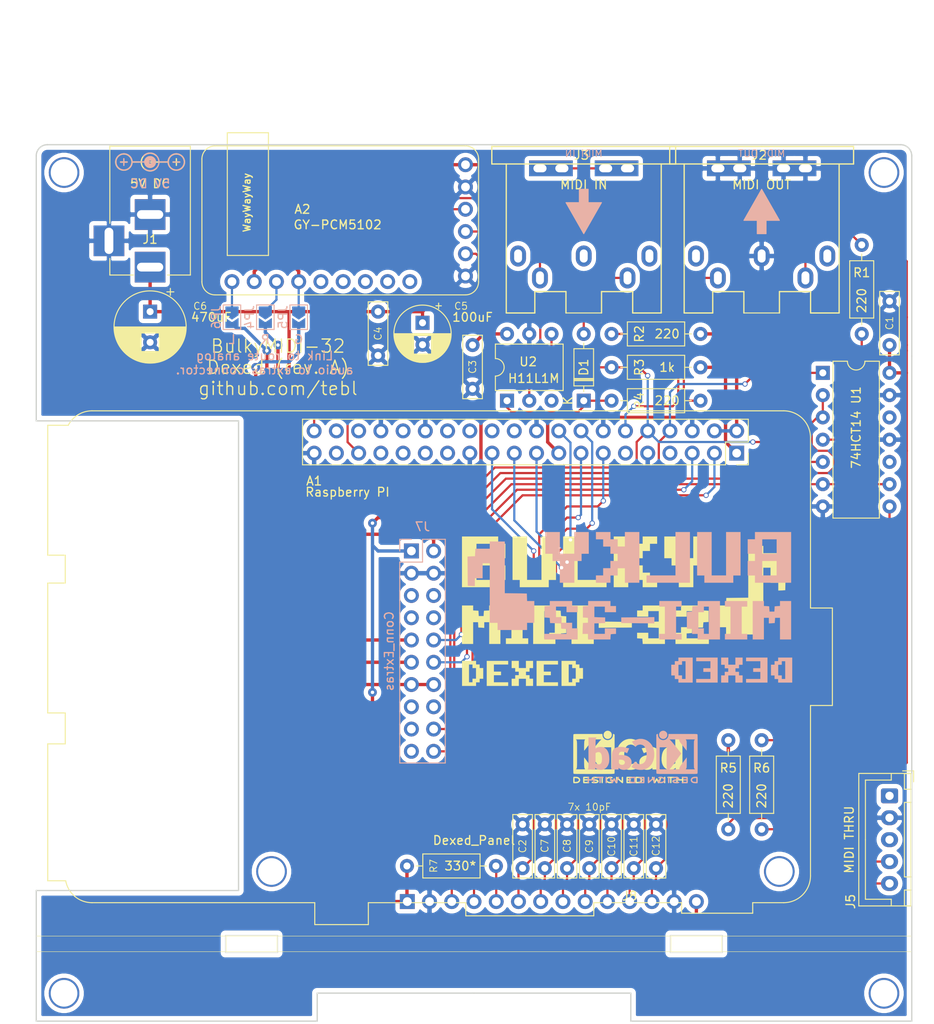
<source format=kicad_pcb>
(kicad_pcb (version 20171130) (host pcbnew "(5.1.8)-1")
  (layers (0 F.Cu signal) (31 B.Cu signal) (34 B.Paste user) (35 F.Paste user) (36 B.SilkS user) (37 F.SilkS user) (38 B.Mask user) (39 F.Mask user) (44 Edge.Cuts user))
  (net 0 "")
  (net 1 GND)
  (net 2 +3V3)
  (net 3 +5V)
  (net 4 I2C_SCL)
  (net 5 I2C_SDA)
  (net 6 SW_DOWN)
  (net 7 SW_UP)
  (net 8 I2S_BCLK)
  (net 9 I2S_LRCLK)
  (net 10 I2S_DATA)
  (net 11 "Net-(D1-Pad1)")
  (net 12 "Net-(D1-Pad2)")
  (net 13 "Net-(J2-Pad5)")
  (net 14 "Net-(J2-Pad4)")
  (net 15 "Net-(J3-Pad4)")
  (net 16 "Net-(J5-Pad5)")
  (net 17 "Net-(J5-Pad4)")
  (net 18 "Net-(R1-Pad2)")
  (net 19 A_GND)
  (net 20 A_RIGHT)
  (net 21 A_LEFT)
  (net 22 "Net-(R6-Pad1)")
  (net 23 MIDI_THRUn)
  (net 24 MIDI_OUTn)
  (net 25 "Net-(A2-Pad10)")
  (net 26 "Net-(A2-Pad9)")
  (net 27 "Net-(A2-Pad7)")
  (net 28 PI_RX)
  (net 29 PI_TX)
  (net 30 "Net-(J8-Pad5)")
  (net 31 "Net-(J3-Pad6)")
  (net 32 SW_BACK)
  (net 33 ENC_SW)
  (net 34 SW_HOME)
  (net 35 ENC_CLK)
  (net 36 ENC_DAT)
  (module artwork:Dexed (layer B.Cu) (at 149.606 114.554 180)
    (fp_text reference G*** hide)
    (fp_text value LOGO hide)
  )
  (module artwork:Dexed (layer F.Cu) (at 125.73 114.935)
    (fp_text reference G*** hide)
    (fp_text value LOGO hide)
  )
  (module RPI:Raspberry_Pi_3B_Socketed_THT_FaceDown_MountingHoles (layer F.Cu) (at 150.182 89.805 270)
    (fp_text reference A1 (at 3.175 48.26) (layer F.SilkS))
    (fp_text value "Raspberry PI" (at 4.445 44.45 180) (layer F.SilkS))
    (pad 6 thru_hole oval (at -2.54 5.08 270) (size 1.7 1.7) (drill 1) (layers *.Cu *.Mask) (net 1 GND))
    (pad 3 thru_hole oval (at 0 2.54 270) (size 1.7 1.7) (drill 1) (layers *.Cu *.Mask) (net 5 I2C_SDA))
    (pad 15 thru_hole oval (at 0 17.78 270) (size 1.7 1.7) (drill 1) (layers *.Cu *.Mask) (net 32 SW_BACK))
    (pad 16 thru_hole oval (at -2.54 17.78 270) (size 1.7 1.7) (drill 1) (layers *.Cu *.Mask) (net 7 SW_UP))
    (pad 4 thru_hole oval (at -2.54 2.54 270) (size 1.7 1.7) (drill 1) (layers *.Cu *.Mask) (net 3 +5V))
    (pad 5 thru_hole oval (at 0 5.08 270) (size 1.7 1.7) (drill 1) (layers *.Cu *.Mask) (net 4 I2C_SCL))
    (pad 2 thru_hole oval (at -2.54 0 270) (size 1.7 1.7) (drill 1) (layers *.Cu *.Mask) (net 3 +5V))
    (pad 1 thru_hole rect (at 0 0 270) (size 1.7 1.7) (drill 1) (layers *.Cu *.Mask) (net 2 +3V3))
    (pad 23 thru_hole oval (at 0 27.94 270) (size 1.7 1.7) (drill 1) (layers *.Cu *.Mask) (net 33 ENC_SW))
    (pad 24 thru_hole oval (at -2.54 27.94 270) (size 1.7 1.7) (drill 1) (layers *.Cu *.Mask))
    (pad 11 thru_hole oval (at 0 12.7 270) (size 1.7 1.7) (drill 1) (layers *.Cu *.Mask))
    (pad 12 thru_hole oval (at -2.54 12.7 270) (size 1.7 1.7) (drill 1) (layers *.Cu *.Mask) (net 8 I2S_BCLK))
    (pad 27 thru_hole oval (at 0 33.02 270) (size 1.7 1.7) (drill 1) (layers *.Cu *.Mask))
    (pad 28 thru_hole oval (at -2.54 33.02 270) (size 1.7 1.7) (drill 1) (layers *.Cu *.Mask))
    (pad 13 thru_hole oval (at 0 15.24 270) (size 1.7 1.7) (drill 1) (layers *.Cu *.Mask) (net 34 SW_HOME))
    (pad 14 thru_hole oval (at -2.54 15.24 270) (size 1.7 1.7) (drill 1) (layers *.Cu *.Mask) (net 1 GND))
    (pad 9 thru_hole oval (at 0 10.16 270) (size 1.7 1.7) (drill 1) (layers *.Cu *.Mask) (net 1 GND))
    (pad 10 thru_hole oval (at -2.54 10.16 270) (size 1.7 1.7) (drill 1) (layers *.Cu *.Mask) (net 28 PI_RX))
    (pad 19 thru_hole oval (at 0 22.86 270) (size 1.7 1.7) (drill 1) (layers *.Cu *.Mask) (net 35 ENC_CLK))
    (pad 20 thru_hole oval (at -2.54 22.86 270) (size 1.7 1.7) (drill 1) (layers *.Cu *.Mask) (net 1 GND))
    (pad 37 thru_hole oval (at 0 45.72 270) (size 1.7 1.7) (drill 1) (layers *.Cu *.Mask))
    (pad 38 thru_hole oval (at -2.54 45.72 270) (size 1.7 1.7) (drill 1) (layers *.Cu *.Mask))
    (pad 33 thru_hole oval (at 0 40.64 270) (size 1.7 1.7) (drill 1) (layers *.Cu *.Mask))
    (pad 34 thru_hole oval (at -2.54 40.64 270) (size 1.7 1.7) (drill 1) (layers *.Cu *.Mask) (net 1 GND))
    (pad 35 thru_hole oval (at 0 43.18 270) (size 1.7 1.7) (drill 1) (layers *.Cu *.Mask) (net 9 I2S_LRCLK))
    (pad 36 thru_hole oval (at -2.54 43.18 270) (size 1.7 1.7) (drill 1) (layers *.Cu *.Mask))
    (pad 17 thru_hole oval (at 0 20.32 270) (size 1.7 1.7) (drill 1) (layers *.Cu *.Mask) (net 2 +3V3))
    (pad 18 thru_hole oval (at -2.54 20.32 270) (size 1.7 1.7) (drill 1) (layers *.Cu *.Mask) (net 6 SW_DOWN))
    (pad 31 thru_hole oval (at 0 38.1 270) (size 1.7 1.7) (drill 1) (layers *.Cu *.Mask))
    (pad 32 thru_hole oval (at -2.54 38.1 270) (size 1.7 1.7) (drill 1) (layers *.Cu *.Mask))
    (pad 7 thru_hole oval (at 0 7.62 270) (size 1.7 1.7) (drill 1) (layers *.Cu *.Mask))
    (pad 8 thru_hole oval (at -2.54 7.62 270) (size 1.7 1.7) (drill 1) (layers *.Cu *.Mask) (net 29 PI_TX))
    (pad 29 thru_hole oval (at 0 35.56 270) (size 1.7 1.7) (drill 1) (layers *.Cu *.Mask))
    (pad 30 thru_hole oval (at -2.54 35.56 270) (size 1.7 1.7) (drill 1) (layers *.Cu *.Mask) (net 1 GND))
    (pad 21 thru_hole oval (at 0 25.4 270) (size 1.7 1.7) (drill 1) (layers *.Cu *.Mask) (net 36 ENC_DAT))
    (pad 22 thru_hole oval (at -2.54 25.4 270) (size 1.7 1.7) (drill 1) (layers *.Cu *.Mask))
    (pad 25 thru_hole oval (at 0 30.48 270) (size 1.7 1.7) (drill 1) (layers *.Cu *.Mask) (net 1 GND))
    (pad 26 thru_hole oval (at -2.54 30.48 270) (size 1.7 1.7) (drill 1) (layers *.Cu *.Mask))
    (pad 39 thru_hole oval (at 0 48.26 270) (size 1.7 1.7) (drill 1) (layers *.Cu *.Mask) (net 1 GND))
    (pad 40 thru_hole oval (at -2.54 48.26 270) (size 1.7 1.7) (drill 1) (layers *.Cu *.Mask) (net 10 I2S_DATA))
    (pad "" np_thru_hole circle (at 47.73 53.13) (size 3.5 3.5) (drill 3.048) (layers *.Cu *.Mask))
    (pad "" np_thru_hole circle (at 47.73 -4.87) (size 3.5 3.5) (drill 3.048) (layers *.Cu *.Mask))
  )
  (module BulkyMIDI-32:DIN5_MIDI_OUT (layer F.Cu) (at 153.035 67.31 180)
    (fp_text reference J2 (at 0.25 11.5 180) (layer F.SilkS))
    (fp_text value "MIDI OUT" (at 0 8.128 180) (layer F.SilkS))
    (pad 6 thru_hole rect (at -2.5 10 180) (size 2.5 1.8) (drill oval 1.5 0.9) (layers *.Cu *.Mask) (net 1 GND))
    (pad 6 thru_hole rect (at 2.5 10 180) (size 2.5 1.8) (drill oval 1.5 0.9) (layers *.Cu *.Mask) (net 1 GND))
    (pad 2 thru_hole oval (at 0 0 180) (size 1.8 2.4) (drill oval 0.9 1.5) (layers *.Cu *.Mask) (net 1 GND))
    (pad 6 thru_hole rect (at 5 10 180) (size 2.5 1.8) (drill oval 1.5 0.9) (layers *.Cu *.Mask) (net 1 GND))
    (pad 6 thru_hole rect (at -5 10 180) (size 2.5 1.8) (drill oval 1.5 0.9) (layers *.Cu *.Mask) (net 1 GND))
    (pad 1 thru_hole oval (at 7.5 0 180) (size 1.8 2.4) (drill oval 0.9 1.5) (layers *.Cu *.Mask))
    (pad 3 thru_hole oval (at -7.5 0 180) (size 1.8 2.4) (drill oval 0.9 1.5) (layers *.Cu *.Mask))
    (pad 4 thru_hole oval (at 5 -2.5 180) (size 1.8 2.4) (drill oval 0.9 1.5) (layers *.Cu *.Mask) (net 14 "Net-(J2-Pad4)"))
    (pad 5 thru_hole oval (at -5 -2.5 180) (size 1.8 2.4) (drill oval 0.9 1.5) (layers *.Cu *.Mask) (net 13 "Net-(J2-Pad5)"))
  )
  (module BulkyMIDI-32:DIN5_MIDI_IN (layer F.Cu) (at 132.715 67.31 180)
    (fp_text reference J3 (at 0.25 11.5 180) (layer F.SilkS))
    (fp_text value "MIDI IN" (at 0 8.128 180) (layer F.SilkS))
    (pad 6 thru_hole rect (at -2.5 10 180) (size 2.5 1.8) (drill oval 1.5 0.9) (layers *.Cu *.Mask) (net 31 "Net-(J3-Pad6)"))
    (pad 6 thru_hole rect (at 2.5 10 180) (size 2.5 1.8) (drill oval 1.5 0.9) (layers *.Cu *.Mask) (net 31 "Net-(J3-Pad6)"))
    (pad 2 thru_hole oval (at 0 0 180) (size 1.8 2.4) (drill oval 0.9 1.5) (layers *.Cu *.Mask))
    (pad 6 thru_hole rect (at 5 10 180) (size 2.5 1.8) (drill oval 1.5 0.9) (layers *.Cu *.Mask) (net 31 "Net-(J3-Pad6)"))
    (pad 6 thru_hole rect (at -5 10 180) (size 2.5 1.8) (drill oval 1.5 0.9) (layers *.Cu *.Mask) (net 31 "Net-(J3-Pad6)"))
    (pad 1 thru_hole oval (at 7.5 0 180) (size 1.8 2.4) (drill oval 0.9 1.5) (layers *.Cu *.Mask))
    (pad 3 thru_hole oval (at -7.5 0 180) (size 1.8 2.4) (drill oval 0.9 1.5) (layers *.Cu *.Mask))
    (pad 4 thru_hole oval (at 5 -2.5 180) (size 1.8 2.4) (drill oval 0.9 1.5) (layers *.Cu *.Mask) (net 15 "Net-(J3-Pad4)"))
    (pad 5 thru_hole oval (at -5 -2.5 180) (size 1.8 2.4) (drill oval 0.9 1.5) (layers *.Cu *.Mask) (net 12 "Net-(D1-Pad2)"))
  )
  (module artwork:BulkyMIDI-32_8bit (layer B.Cu) (at 137.414 104.902 180)
    (fp_text reference G*** hide)
    (fp_text value LOGO hide)
  )
  (module artwork:BulkyMIDI-32_8bit (layer F.Cu) (at 137.795 105.41)
    (fp_text reference G*** hide)
    (fp_text value LOGO hide)
  )
  (module Symbols:KiCad-Logo2_6mm_SilkScreen (layer B.Cu) (at 139.446 124.46 180)
    (fp_text reference REF*** hide)
    (fp_text value KiCad-Logo2_6mm_SilkScreen hide)
  )
  (module BulkyMIDI-32:PWR_Specification (layer F.Cu) (at 83.185 56.515)
    (fp_text reference SYM1 hide)
    (fp_text value DC_5V)
    (fp_text user + (at -3 0 180) (layer B.SilkS))
    (fp_text user - (at 3 0 180) (layer B.SilkS))
    (fp_text user - (at -3 0) (layer F.SilkS))
    (fp_text user + (at 3 0) (layer F.SilkS))
  )
  (module mounting:M3 (layer F.Cu) (at 73.355 151.435)
    (fp_text reference M1 hide)
    (fp_text value Mounting hide)
    (pad "" np_thru_hole circle (at 0 0) (size 3.5 3.5) (drill 3.048) (layers *.Cu *.Mask))
  )
  (module mounting:M3 (layer F.Cu) (at 167.005 151.435)
    (fp_text reference M2 hide)
    (fp_text value Mounting hide)
    (pad "" np_thru_hole circle (at 0 0) (size 3.5 3.5) (drill 3.048) (layers *.Cu *.Mask))
  )
  (module mounting:M3 (layer F.Cu) (at 167.005 57.785)
    (fp_text reference M3 hide)
    (fp_text value Mounting hide)
    (pad "" np_thru_hole circle (at 0 0) (size 3.5 3.5) (drill 3.048) (layers *.Cu *.Mask))
  )
  (module mounting:M3 (layer F.Cu) (at 73.355 57.785)
    (fp_text reference M4 hide)
    (fp_text value Mounting hide)
    (pad "" np_thru_hole circle (at 0 0) (size 3.5 3.5) (drill 3.048) (layers *.Cu *.Mask))
  )
  (module Symbols:KiCad-Logo2_6mm_SilkScreen (layer F.Cu) (at 137.795 124.46)
    (fp_text reference REF*** hide)
    (fp_text value KiCad-Logo2_6mm_SilkScreen hide)
  )
  (module BulkyMIDI-32:GY-PCM5102 (layer F.Cu) (at 104.902 63.246 180)
    (fp_text reference A2 (at 4.318 1.27) (layer F.SilkS))
    (fp_text value GY-PCM5102 (at 0.3 -0.5) (layer F.SilkS))
    (pad 15 thru_hole circle (at -7.955 -6.985 180) (size 1.7 1.7) (drill 1) (layers *.Cu *.Mask))
    (pad 14 thru_hole circle (at -5.415 -6.985 180) (size 1.7 1.7) (drill 1) (layers *.Cu *.Mask))
    (pad 13 thru_hole circle (at -2.875 -6.985 180) (size 1.7 1.7) (drill 1) (layers *.Cu *.Mask))
    (pad 12 thru_hole circle (at -0.335 -6.985 180) (size 1.7 1.7) (drill 1) (layers *.Cu *.Mask))
    (pad 11 thru_hole circle (at 2.205 -6.985 180) (size 1.7 1.7) (drill 1) (layers *.Cu *.Mask))
    (pad 10 thru_hole circle (at 4.745 -6.985 180) (size 1.7 1.7) (drill 1) (layers *.Cu *.Mask) (net 25 "Net-(A2-Pad10)"))
    (pad 9 thru_hole circle (at 7.285 -6.985 180) (size 1.7 1.7) (drill 1) (layers *.Cu *.Mask) (net 26 "Net-(A2-Pad9)"))
    (pad 8 thru_hole circle (at 9.825 -6.985 180) (size 1.7 1.7) (drill 1) (layers *.Cu *.Mask) (net 25 "Net-(A2-Pad10)"))
    (pad 7 thru_hole circle (at 12.365 -6.985 180) (size 1.7 1.7) (drill 1) (layers *.Cu *.Mask) (net 27 "Net-(A2-Pad7)"))
    (pad 1 thru_hole circle (at -14.305 -6.35 180) (size 1.7 1.7) (drill 1) (layers *.Cu *.Mask) (net 1 GND))
    (pad 2 thru_hole circle (at -14.305 -3.81 180) (size 1.7 1.7) (drill 1) (layers *.Cu *.Mask) (net 8 I2S_BCLK))
    (pad 3 thru_hole circle (at -14.305 -1.27 180) (size 1.7 1.7) (drill 1) (layers *.Cu *.Mask) (net 10 I2S_DATA))
    (pad 4 thru_hole circle (at -14.305 1.27 180) (size 1.7 1.7) (drill 1) (layers *.Cu *.Mask) (net 9 I2S_LRCLK))
    (pad 5 thru_hole circle (at -14.305 3.81 180) (size 1.7 1.7) (drill 1) (layers *.Cu *.Mask) (net 1 GND))
    (pad 6 thru_hole circle (at -14.305 6.35 180) (size 1.7 1.7) (drill 1) (layers *.Cu *.Mask) (net 3 +5V))
  )
  (module Capacitor_THT:C_Rect_L7.0mm_W2.0mm_P5.00mm (layer F.Cu) (at 120.015 77.47 270)
    (fp_text reference C3 (at 2.5 0 90) (layer F.SilkS) (effects (font (size 0.8 0.8) (thickness 0.1))))
    (fp_text value 100nF)
    (pad 2 thru_hole circle (at 5 0 270) (size 1.6 1.6) (drill 0.8) (layers *.Cu *.Mask) (net 1 GND))
    (pad 1 thru_hole circle (at 0 0 270) (size 1.6 1.6) (drill 0.8) (layers *.Cu *.Mask) (net 2 +3V3))
  )
  (module Capacitor_THT:C_Rect_L7.0mm_W2.0mm_P5.00mm (layer F.Cu) (at 109.22 73.66 270)
    (fp_text reference C4 (at 2.5 0 90) (layer F.SilkS) (effects (font (size 0.8 0.8) (thickness 0.1))))
    (fp_text value 100nF)
    (pad 1 thru_hole circle (at 0 0 270) (size 1.6 1.6) (drill 0.8) (layers *.Cu *.Mask) (net 3 +5V))
    (pad 2 thru_hole circle (at 5 0 270) (size 1.6 1.6) (drill 0.8) (layers *.Cu *.Mask) (net 1 GND))
  )
  (module Capacitor_THT:CP_Radial_D6.3mm_P2.50mm (layer F.Cu) (at 114.3 74.93 270)
    (fp_text reference C5 (at -1.905 -4.4 180) (layer F.SilkS) (effects (font (size 0.8 0.8) (thickness 0.1))))
    (fp_text value 100uF (at -0.635 -5.715 180) (layer F.SilkS))
    (pad 1 thru_hole rect (at 0 0 270) (size 1.6 1.6) (drill 0.8) (layers *.Cu *.Mask) (net 3 +5V))
    (pad 2 thru_hole circle (at 2.5 0 270) (size 1.6 1.6) (drill 0.8) (layers *.Cu *.Mask) (net 1 GND))
  )
  (module Capacitor_THT:CP_Radial_D8.0mm_P3.50mm (layer F.Cu) (at 83.185 73.66 270)
    (fp_text reference C6 (at -0.635 -5.715 180) (layer F.SilkS) (effects (font (size 0.8 0.8) (thickness 0.1))))
    (fp_text value 470uF (at 0.635 -6.985 180) (layer F.SilkS))
    (pad 1 thru_hole rect (at 0 0 270) (size 1.6 1.6) (drill 0.8) (layers *.Cu *.Mask) (net 3 +5V))
    (pad 2 thru_hole circle (at 3.5 0 270) (size 1.6 1.6) (drill 0.8) (layers *.Cu *.Mask) (net 1 GND))
  )
  (module Diode_THT:D_DO-35_SOD27_P7.62mm_Horizontal (layer F.Cu) (at 132.715 83.82 90)
    (fp_text reference D1 (at 3.81 0 90) (layer F.SilkS))
    (fp_text value 1N4148)
    (fp_text user K (at 0 -1.8 90) (layer F.SilkS))
    (pad 1 thru_hole rect (at 0 0 90) (size 1.6 1.6) (drill 0.8) (layers *.Cu *.Mask) (net 11 "Net-(D1-Pad1)"))
    (pad 2 thru_hole oval (at 7.62 0 90) (size 1.6 1.6) (drill 0.8) (layers *.Cu *.Mask) (net 12 "Net-(D1-Pad2)"))
  )
  (module Resistor_THT:R_Axial_DIN0207_L6.3mm_D2.5mm_P10.16mm_Horizontal (layer F.Cu) (at 164.465 66.04 270)
    (fp_text reference R1 (at 3.175 0 180) (layer F.SilkS))
    (fp_text value 220 (at 6.35 0 90) (layer F.SilkS))
    (pad 2 thru_hole oval (at 10.16 0 270) (size 1.6 1.6) (drill 0.8) (layers *.Cu *.Mask) (net 18 "Net-(R1-Pad2)"))
    (pad 1 thru_hole circle (at 0 0 270) (size 1.6 1.6) (drill 0.8) (layers *.Cu *.Mask) (net 13 "Net-(J2-Pad5)"))
  )
  (module Resistor_THT:R_Axial_DIN0207_L6.3mm_D2.5mm_P10.16mm_Horizontal (layer F.Cu) (at 146.05 76.2 180)
    (fp_text reference R2 (at 6.985 0 90) (layer F.SilkS))
    (fp_text value 220 (at 3.81 0) (layer F.SilkS))
    (pad 1 thru_hole circle (at 0 0 180) (size 1.6 1.6) (drill 0.8) (layers *.Cu *.Mask) (net 3 +5V))
    (pad 2 thru_hole oval (at 10.16 0 180) (size 1.6 1.6) (drill 0.8) (layers *.Cu *.Mask) (net 14 "Net-(J2-Pad4)"))
  )
  (module Resistor_THT:R_Axial_DIN0207_L6.3mm_D2.5mm_P10.16mm_Horizontal (layer F.Cu) (at 146.05 80.01 180)
    (fp_text reference R3 (at 6.985 0 90) (layer F.SilkS))
    (fp_text value 1k (at 3.81 0) (layer F.SilkS))
    (pad 2 thru_hole oval (at 10.16 0 180) (size 1.6 1.6) (drill 0.8) (layers *.Cu *.Mask) (net 28 PI_RX))
    (pad 1 thru_hole circle (at 0 0 180) (size 1.6 1.6) (drill 0.8) (layers *.Cu *.Mask) (net 2 +3V3))
  )
  (module Resistor_THT:R_Axial_DIN0207_L6.3mm_D2.5mm_P10.16mm_Horizontal (layer F.Cu) (at 146.05 83.82 180)
    (fp_text reference R4 (at 6.985 0 90) (layer F.SilkS))
    (fp_text value 220 (at 3.81 0) (layer F.SilkS))
    (pad 1 thru_hole circle (at 0 0 180) (size 1.6 1.6) (drill 0.8) (layers *.Cu *.Mask) (net 15 "Net-(J3-Pad4)"))
    (pad 2 thru_hole oval (at 10.16 0 180) (size 1.6 1.6) (drill 0.8) (layers *.Cu *.Mask) (net 11 "Net-(D1-Pad1)"))
  )
  (module Resistor_THT:R_Axial_DIN0207_L6.3mm_D2.5mm_P10.16mm_Horizontal (layer F.Cu) (at 149.225 122.555 270)
    (fp_text reference R5 (at 3.175 0 180) (layer F.SilkS))
    (fp_text value 220 (at 6.35 0 90) (layer F.SilkS))
    (pad 2 thru_hole oval (at 10.16 0 270) (size 1.6 1.6) (drill 0.8) (layers *.Cu *.Mask) (net 17 "Net-(J5-Pad4)"))
    (pad 1 thru_hole circle (at 0 0 270) (size 1.6 1.6) (drill 0.8) (layers *.Cu *.Mask) (net 3 +5V))
  )
  (module Resistor_THT:R_Axial_DIN0207_L6.3mm_D2.5mm_P10.16mm_Horizontal (layer F.Cu) (at 153.035 122.555 270)
    (fp_text reference R6 (at 3.175 0 180) (layer F.SilkS))
    (fp_text value 220 (at 6.35 0 90) (layer F.SilkS))
    (pad 1 thru_hole circle (at 0 0 270) (size 1.6 1.6) (drill 0.8) (layers *.Cu *.Mask) (net 22 "Net-(R6-Pad1)"))
    (pad 2 thru_hole oval (at 10.16 0 270) (size 1.6 1.6) (drill 0.8) (layers *.Cu *.Mask) (net 16 "Net-(J5-Pad5)"))
  )
  (module Package_DIP:DIP-14_W7.62mm (layer F.Cu) (at 160.02 80.645)
    (fp_text reference U1 (at 3.81 2.54 270) (layer F.SilkS))
    (fp_text value 74HCT14 (at 3.81 7.62 270) (layer F.SilkS))
    (pad 1 thru_hole rect (at 0 0) (size 1.6 1.6) (drill 0.8) (layers *.Cu *.Mask) (net 29 PI_TX))
    (pad 8 thru_hole oval (at 7.62 15.24) (size 1.6 1.6) (drill 0.8) (layers *.Cu *.Mask) (net 22 "Net-(R6-Pad1)"))
    (pad 2 thru_hole oval (at 0 2.54) (size 1.6 1.6) (drill 0.8) (layers *.Cu *.Mask) (net 24 MIDI_OUTn))
    (pad 9 thru_hole oval (at 7.62 12.7) (size 1.6 1.6) (drill 0.8) (layers *.Cu *.Mask) (net 23 MIDI_THRUn))
    (pad 3 thru_hole oval (at 0 5.08) (size 1.6 1.6) (drill 0.8) (layers *.Cu *.Mask) (net 24 MIDI_OUTn))
    (pad 10 thru_hole oval (at 7.62 10.16) (size 1.6 1.6) (drill 0.8) (layers *.Cu *.Mask))
    (pad 4 thru_hole oval (at 0 7.62) (size 1.6 1.6) (drill 0.8) (layers *.Cu *.Mask) (net 18 "Net-(R1-Pad2)"))
    (pad 11 thru_hole oval (at 7.62 7.62) (size 1.6 1.6) (drill 0.8) (layers *.Cu *.Mask) (net 1 GND))
    (pad 5 thru_hole oval (at 0 10.16) (size 1.6 1.6) (drill 0.8) (layers *.Cu *.Mask) (net 28 PI_RX))
    (pad 12 thru_hole oval (at 7.62 5.08) (size 1.6 1.6) (drill 0.8) (layers *.Cu *.Mask))
    (pad 6 thru_hole oval (at 0 12.7) (size 1.6 1.6) (drill 0.8) (layers *.Cu *.Mask) (net 23 MIDI_THRUn))
    (pad 13 thru_hole oval (at 7.62 2.54) (size 1.6 1.6) (drill 0.8) (layers *.Cu *.Mask) (net 1 GND))
    (pad 7 thru_hole oval (at 0 15.24) (size 1.6 1.6) (drill 0.8) (layers *.Cu *.Mask) (net 1 GND))
    (pad 14 thru_hole oval (at 7.62 0) (size 1.6 1.6) (drill 0.8) (layers *.Cu *.Mask) (net 3 +5V))
  )
  (module Package_DIP:DIP-6_W7.62mm (layer F.Cu) (at 123.952 83.82 90)
    (fp_text reference U2 (at 4.445 2.413 180) (layer F.SilkS))
    (fp_text value H11L1M (at 2.54 3.048 180) (layer F.SilkS))
    (pad 1 thru_hole rect (at 0 0 90) (size 1.6 1.6) (drill 0.8) (layers *.Cu *.Mask) (net 11 "Net-(D1-Pad1)"))
    (pad 4 thru_hole oval (at 7.62 5.08 90) (size 1.6 1.6) (drill 0.8) (layers *.Cu *.Mask) (net 28 PI_RX))
    (pad 2 thru_hole oval (at 0 2.54 90) (size 1.6 1.6) (drill 0.8) (layers *.Cu *.Mask) (net 12 "Net-(D1-Pad2)"))
    (pad 5 thru_hole oval (at 7.62 2.54 90) (size 1.6 1.6) (drill 0.8) (layers *.Cu *.Mask) (net 1 GND))
    (pad 3 thru_hole oval (at 0 5.08 90) (size 1.6 1.6) (drill 0.8) (layers *.Cu *.Mask))
    (pad 6 thru_hole oval (at 7.62 0 90) (size 1.6 1.6) (drill 0.8) (layers *.Cu *.Mask) (net 2 +3V3))
  )
  (module Capacitor_THT:C_Rect_L7.0mm_W2.0mm_P5.00mm (layer F.Cu) (at 167.64 77.47 90)
    (fp_text reference C1 (at 2.5 0 90) (layer F.SilkS) (effects (font (size 0.8 0.8) (thickness 0.1))))
    (fp_text value 100nF)
    (pad 1 thru_hole circle (at 0 0 90) (size 1.6 1.6) (drill 0.8) (layers *.Cu *.Mask) (net 3 +5V))
    (pad 2 thru_hole circle (at 5 0 90) (size 1.6 1.6) (drill 0.8) (layers *.Cu *.Mask) (net 1 GND))
  )
  (module Connector_PinSocket_2.54mm:PinSocket_2x10_P2.54mm_Vertical (layer B.Cu) (at 113.03 100.965 180)
    (fp_text reference J7 (at -1.27 2.77) (layer B.SilkS) (effects (justify mirror)))
    (fp_text value Conn_Extras (at 2.54 -11.43 90) (layer B.SilkS) (effects (justify mirror)))
    (pad 1 thru_hole rect (at 0 0 180) (size 1.7 1.7) (drill 1) (layers *.Cu *.Mask) (net 2 +3V3))
    (pad 2 thru_hole oval (at -2.54 0 180) (size 1.7 1.7) (drill 1) (layers *.Cu *.Mask) (net 3 +5V))
    (pad 3 thru_hole oval (at 0 -2.54 180) (size 1.7 1.7) (drill 1) (layers *.Cu *.Mask) (net 1 GND))
    (pad 4 thru_hole oval (at -2.54 -2.54 180) (size 1.7 1.7) (drill 1) (layers *.Cu *.Mask) (net 1 GND))
    (pad 5 thru_hole oval (at 0 -5.08 180) (size 1.7 1.7) (drill 1) (layers *.Cu *.Mask))
    (pad 6 thru_hole oval (at -2.54 -5.08 180) (size 1.7 1.7) (drill 1) (layers *.Cu *.Mask))
    (pad 7 thru_hole oval (at 0 -7.62 180) (size 1.7 1.7) (drill 1) (layers *.Cu *.Mask))
    (pad 8 thru_hole oval (at -2.54 -7.62 180) (size 1.7 1.7) (drill 1) (layers *.Cu *.Mask))
    (pad 9 thru_hole oval (at 0 -10.16 180) (size 1.7 1.7) (drill 1) (layers *.Cu *.Mask) (net 20 A_RIGHT))
    (pad 10 thru_hole oval (at -2.54 -10.16 180) (size 1.7 1.7) (drill 1) (layers *.Cu *.Mask) (net 24 MIDI_OUTn))
    (pad 11 thru_hole oval (at 0 -12.7 180) (size 1.7 1.7) (drill 1) (layers *.Cu *.Mask) (net 21 A_LEFT))
    (pad 12 thru_hole oval (at -2.54 -12.7 180) (size 1.7 1.7) (drill 1) (layers *.Cu *.Mask) (net 23 MIDI_THRUn))
    (pad 13 thru_hole oval (at 0 -15.24 180) (size 1.7 1.7) (drill 1) (layers *.Cu *.Mask) (net 19 A_GND))
    (pad 14 thru_hole oval (at -2.54 -15.24 180) (size 1.7 1.7) (drill 1) (layers *.Cu *.Mask) (net 19 A_GND))
    (pad 15 thru_hole oval (at 0 -17.78 180) (size 1.7 1.7) (drill 1) (layers *.Cu *.Mask))
    (pad 16 thru_hole oval (at -2.54 -17.78 180) (size 1.7 1.7) (drill 1) (layers *.Cu *.Mask))
    (pad 17 thru_hole oval (at 0 -20.32 180) (size 1.7 1.7) (drill 1) (layers *.Cu *.Mask))
    (pad 18 thru_hole oval (at -2.54 -20.32 180) (size 1.7 1.7) (drill 1) (layers *.Cu *.Mask) (net 28 PI_RX))
    (pad 19 thru_hole oval (at 0 -22.86 180) (size 1.7 1.7) (drill 1) (layers *.Cu *.Mask))
    (pad 20 thru_hole oval (at -2.54 -22.86 180) (size 1.7 1.7) (drill 1) (layers *.Cu *.Mask) (net 29 PI_TX))
  )
  (module Jumper:SolderJumper-2_P1.3mm_Open_TrianglePad1.0x1.5mm (layer B.Cu) (at 96.347 74.295 270)
    (fp_text reference JP4 (at 0 1.8 90) (layer B.SilkS) (effects (justify mirror)))
    (fp_text value R (at 2.54 0 180) (layer B.SilkS) (effects (justify mirror)))
    (pad 2 smd custom (at 0.725 0 270) (size 0.3 0.3) (layers B.Cu B.Mask) (net 20 A_RIGHT) (options (clearance outline) (anchor rect)) (primitives (gr_poly (pts (xy -0.65 0.75) (xy 0.5 0.75) (xy 0.5 -0.75) (xy -0.65 -0.75) (xy -0.15 0)) (width 0))))
    (pad 1 smd custom (at -0.725 0 270) (size 0.3 0.3) (layers B.Cu B.Mask) (net 26 "Net-(A2-Pad9)") (options (clearance outline) (anchor rect)) (primitives (gr_poly (pts (xy -0.5 0.75) (xy 0.5 0.75) (xy 1 0) (xy 0.5 -0.75) (xy -0.5 -0.75)) (width 0))))
  )
  (module Jumper:SolderJumper-2_P1.3mm_Open_TrianglePad1.0x1.5mm (layer B.Cu) (at 100.157 74.295 270)
    (fp_text reference JP5 (at 0 1.8 90) (layer B.SilkS) (effects (justify mirror)))
    (fp_text value G (at 2.54 0 180) (layer B.SilkS) (effects (justify mirror)))
    (pad 1 smd custom (at -0.725 0 270) (size 0.3 0.3) (layers B.Cu B.Mask) (net 25 "Net-(A2-Pad10)") (options (clearance outline) (anchor rect)) (primitives (gr_poly (pts (xy -0.5 0.75) (xy 0.5 0.75) (xy 1 0) (xy 0.5 -0.75) (xy -0.5 -0.75)) (width 0))))
    (pad 2 smd custom (at 0.725 0 270) (size 0.3 0.3) (layers B.Cu B.Mask) (net 19 A_GND) (options (clearance outline) (anchor rect)) (primitives (gr_poly (pts (xy -0.65 0.75) (xy 0.5 0.75) (xy 0.5 -0.75) (xy -0.65 -0.75) (xy -0.15 0)) (width 0))))
  )
  (module Jumper:SolderJumper-2_P1.3mm_Open_TrianglePad1.0x1.5mm (layer B.Cu) (at 92.537 74.295 270)
    (fp_text reference JP6 (at 0 1.8 90) (layer B.SilkS) (effects (justify mirror)))
    (fp_text value L (at 2.54 0 180) (layer B.SilkS) (effects (justify mirror)))
    (pad 2 smd custom (at 0.725 0 270) (size 0.3 0.3) (layers B.Cu B.Mask) (net 21 A_LEFT) (options (clearance outline) (anchor rect)) (primitives (gr_poly (pts (xy -0.65 0.75) (xy 0.5 0.75) (xy 0.5 -0.75) (xy -0.65 -0.75) (xy -0.15 0)) (width 0))))
    (pad 1 smd custom (at -0.725 0 270) (size 0.3 0.3) (layers B.Cu B.Mask) (net 27 "Net-(A2-Pad7)") (options (clearance outline) (anchor rect)) (primitives (gr_poly (pts (xy -0.5 0.75) (xy 0.5 0.75) (xy 1 0) (xy 0.5 -0.75) (xy -0.5 -0.75)) (width 0))))
  )
  (module Resistor_THT:R_Axial_DIN0207_L6.3mm_D2.5mm_P10.16mm_Horizontal (layer F.Cu) (at 122.682 136.906 180)
    (fp_text reference R7 hide)
    (fp_text value 330* (at 4.064 0) (layer F.SilkS))
    (fp_text user %R (at 7.112 0 90) (layer F.SilkS) (effects (font (size 0.8 0.8) (thickness 0.1))))
    (pad 1 thru_hole circle (at 0 0 180) (size 1.6 1.6) (drill 0.8) (layers *.Cu *.Mask) (net 30 "Net-(J8-Pad5)"))
    (pad 2 thru_hole oval (at 10.16 0 180) (size 1.6 1.6) (drill 0.8) (layers *.Cu *.Mask) (net 2 +3V3))
  )
  (module BulkyMIDI-32:BARREL_JACK (layer F.Cu) (at 83.185 68.58 270)
    (fp_text reference J1 (at -3.175 0) (layer F.SilkS))
    (fp_text value "DC IN")
    (pad 3 thru_hole rect (at -3 4.7 270) (size 3.5 3.5) (drill oval 3 1) (layers *.Cu *.Mask) (net 1 GND))
    (pad 2 thru_hole rect (at -6 0 270) (size 3.5 3.5) (drill oval 1 3) (layers *.Cu *.Mask) (net 1 GND))
    (pad 1 thru_hole rect (at 0 0 270) (size 3.5 3.5) (drill oval 1 3) (layers *.Cu *.Mask) (net 3 +5V))
  )
  (module Capacitor_THT:C_Rect_L7.0mm_W2.0mm_P5.00mm (layer F.Cu) (at 125.73 137.16 90)
    (fp_text reference C2 (at 2.5 0 90) (layer F.SilkS) (effects (font (size 0.8 0.8) (thickness 0.1))))
    (fp_text value 10pF)
    (pad 1 thru_hole circle (at 0 0 90) (size 1.6 1.6) (drill 0.8) (layers *.Cu *.Mask) (net 33 ENC_SW))
    (pad 2 thru_hole circle (at 5 0 90) (size 1.6 1.6) (drill 0.8) (layers *.Cu *.Mask) (net 1 GND))
  )
  (module Capacitor_THT:C_Rect_L7.0mm_W2.0mm_P5.00mm (layer F.Cu) (at 128.27 137.16 90)
    (fp_text reference C7 (at 2.54 0 90) (layer F.SilkS) (effects (font (size 0.8 0.8) (thickness 0.1))))
    (fp_text value 10pF)
    (pad 2 thru_hole circle (at 5 0 90) (size 1.6 1.6) (drill 0.8) (layers *.Cu *.Mask) (net 1 GND))
    (pad 1 thru_hole circle (at 0 0 90) (size 1.6 1.6) (drill 0.8) (layers *.Cu *.Mask) (net 34 SW_HOME))
  )
  (module Capacitor_THT:C_Rect_L7.0mm_W2.0mm_P5.00mm (layer F.Cu) (at 130.81 137.16 90)
    (fp_text reference C8 (at 2.54 0 90) (layer F.SilkS) (effects (font (size 0.8 0.8) (thickness 0.1))))
    (fp_text value 10pF)
    (pad 1 thru_hole circle (at 0 0 90) (size 1.6 1.6) (drill 0.8) (layers *.Cu *.Mask) (net 32 SW_BACK))
    (pad 2 thru_hole circle (at 5 0 90) (size 1.6 1.6) (drill 0.8) (layers *.Cu *.Mask) (net 1 GND))
  )
  (module Capacitor_THT:C_Rect_L7.0mm_W2.0mm_P5.00mm (layer F.Cu) (at 133.35 137.16 90)
    (fp_text reference C9 (at 2.5 0 90) (layer F.SilkS) (effects (font (size 0.8 0.8) (thickness 0.1))))
    (fp_text value 10pF)
    (pad 2 thru_hole circle (at 5 0 90) (size 1.6 1.6) (drill 0.8) (layers *.Cu *.Mask) (net 1 GND))
    (pad 1 thru_hole circle (at 0 0 90) (size 1.6 1.6) (drill 0.8) (layers *.Cu *.Mask) (net 7 SW_UP))
  )
  (module Capacitor_THT:C_Rect_L7.0mm_W2.0mm_P5.00mm (layer F.Cu) (at 135.89 137.16 90)
    (fp_text reference C10 (at 2.5 0 90) (layer F.SilkS) (effects (font (size 0.8 0.8) (thickness 0.1))))
    (fp_text value 10pF)
    (pad 1 thru_hole circle (at 0 0 90) (size 1.6 1.6) (drill 0.8) (layers *.Cu *.Mask) (net 6 SW_DOWN))
    (pad 2 thru_hole circle (at 5 0 90) (size 1.6 1.6) (drill 0.8) (layers *.Cu *.Mask) (net 1 GND))
  )
  (module Capacitor_THT:C_Rect_L7.0mm_W2.0mm_P5.00mm (layer F.Cu) (at 138.43 137.16 90)
    (fp_text reference C11 (at 2.5 0 90) (layer F.SilkS) (effects (font (size 0.8 0.8) (thickness 0.1))))
    (fp_text value 10pF)
    (pad 2 thru_hole circle (at 5 0 90) (size 1.6 1.6) (drill 0.8) (layers *.Cu *.Mask) (net 1 GND))
    (pad 1 thru_hole circle (at 0 0 90) (size 1.6 1.6) (drill 0.8) (layers *.Cu *.Mask) (net 36 ENC_DAT))
  )
  (module Capacitor_THT:C_Rect_L7.0mm_W2.0mm_P5.00mm (layer F.Cu) (at 140.97 137.16 90)
    (fp_text reference C12 (at 2.54 0 90) (layer F.SilkS) (effects (font (size 0.8 0.8) (thickness 0.1))))
    (fp_text value 10pF)
    (pad 1 thru_hole circle (at 0 0 90) (size 1.6 1.6) (drill 0.8) (layers *.Cu *.Mask) (net 35 ENC_CLK))
    (pad 2 thru_hole circle (at 5 0 90) (size 1.6 1.6) (drill 0.8) (layers *.Cu *.Mask) (net 1 GND))
  )
  (module BulkyMIDI-32:Dexed_Panel (layer F.Cu) (at 120.18 140.97)
    (fp_text reference J8 (at 17.78 -0.635 180) (layer F.SilkS))
    (fp_text value Dexed_Panel (at 0 -6.985) (layer F.SilkS))
    (pad 4 thru_hole oval (at 0 0) (size 1.7 1.7) (drill 1) (layers *.Cu *.Mask) (net 5 I2C_SDA))
    (pad 3 thru_hole oval (at -2.54 0) (size 1.7 1.7) (drill 1) (layers *.Cu *.Mask) (net 4 I2C_SCL))
    (pad 2 thru_hole oval (at -5.08 0) (size 1.7 1.7) (drill 1) (layers *.Cu *.Mask) (net 1 GND))
    (pad 1 thru_hole rect (at -7.62 0) (size 1.7 1.7) (drill 1) (layers *.Cu *.Mask) (net 2 +3V3))
    (pad 5 thru_hole oval (at 2.54 0) (size 1.7 1.7) (drill 1) (layers *.Cu *.Mask) (net 30 "Net-(J8-Pad5)"))
    (pad 6 thru_hole oval (at 5.08 0) (size 1.7 1.7) (drill 1) (layers *.Cu *.Mask) (net 33 ENC_SW))
    (pad 7 thru_hole oval (at 7.62 0) (size 1.7 1.7) (drill 1) (layers *.Cu *.Mask) (net 34 SW_HOME))
    (pad 8 thru_hole oval (at 10.16 0) (size 1.7 1.7) (drill 1) (layers *.Cu *.Mask) (net 32 SW_BACK))
    (pad 9 thru_hole oval (at 12.7 0) (size 1.7 1.7) (drill 1) (layers *.Cu *.Mask) (net 7 SW_UP))
    (pad 10 thru_hole oval (at 15.24 0) (size 1.7 1.7) (drill 1) (layers *.Cu *.Mask) (net 6 SW_DOWN))
    (pad 11 thru_hole oval (at 17.78 0) (size 1.7 1.7) (drill 1) (layers *.Cu *.Mask) (net 36 ENC_DAT))
    (pad 12 thru_hole oval (at 20.32 0) (size 1.7 1.7) (drill 1) (layers *.Cu *.Mask) (net 35 ENC_CLK))
    (pad 13 thru_hole oval (at 22.86 0) (size 1.7 1.7) (drill 1) (layers *.Cu *.Mask) (net 1 GND))
    (pad 14 thru_hole oval (at 25.4 0) (size 1.7 1.7) (drill 1) (layers *.Cu *.Mask) (net 2 +3V3))
  )
  (module Connector_JST:JST_XH_B5B-XH-A_1x05_P2.50mm_Vertical (layer F.Cu) (at 167.64 128.905 270)
    (fp_text reference J5 (at 12.065 4.445 90) (layer F.SilkS))
    (fp_text value "MIDI THRU" (at 5 4.6 90) (layer F.SilkS))
    (pad 1 thru_hole roundrect (at 0 0 270) (size 1.7 1.95) (drill 0.95) (layers *.Cu *.Mask) (roundrect_rratio 0.147059))
    (pad 2 thru_hole oval (at 2.5 0 270) (size 1.7 1.95) (drill 0.95) (layers *.Cu *.Mask) (net 1 GND))
    (pad 3 thru_hole oval (at 5 0 270) (size 1.7 1.95) (drill 0.95) (layers *.Cu *.Mask))
    (pad 4 thru_hole oval (at 7.5 0 270) (size 1.7 1.95) (drill 0.95) (layers *.Cu *.Mask) (net 17 "Net-(J5-Pad4)"))
    (pad 5 thru_hole oval (at 10 0 270) (size 1.7 1.95) (drill 0.95) (layers *.Cu *.Mask) (net 16 "Net-(J5-Pad5)"))
  )
  (gr_text "7x 10pF" (at 133.35 130.175) (layer F.SilkS) (effects (font (size 0.8 0.8) (thickness 0.1))))
  (gr_text "MIDI OUT" (at 153.035 55.6135) (layer B.SilkS) (effects (font (size 0.8 0.8) (thickness 0.1)) (justify mirror)))
  (gr_text "MIDI IN" (at 132.715 55.6135) (layer B.SilkS) (effects (font (size 0.8 0.8) (thickness 0.1)) (justify mirror)))
  (gr_text WayWayWay (at 94.234 61.214 90) (layer F.SilkS) (effects (font (size 0.8 0.8))))
  (gr_text "Link to route analog\naudio to extras connector." (at 96.266 79.502) (layer B.SilkS) (effects (font (size 1 1)) (justify mirror)))
  (gr_line (start 70.18 154.61) (end 102.2705 154.61) (angle 90) (layer Edge.Cuts) (width 0.15))
  (gr_line (start 138.0895 151.41) (end 138.0895 154.61) (layer Edge.Cuts) (width 0.15))
  (gr_line (start 102.2705 151.41) (end 102.2705 154.61) (layer Edge.Cuts) (width 0.15))
  (gr_line (start 138.0895 151.41) (end 120.18 151.41) (angle 90) (layer Edge.Cuts) (width 0.15))
  (gr_line (start 102.2705 151.41) (end 120.18 151.41) (angle 90) (layer Edge.Cuts) (width 0.15))
  (gr_line (start 148.575 144.803) (end 148.575 146.808) (layer Edge.Cuts) (width 0.05))
  (gr_line (start 91.775 144.803) (end 97.775 144.803) (layer Edge.Cuts) (width 0.05))
  (gr_line (start 142.575 144.803) (end 148.575 144.803) (layer Edge.Cuts) (width 0.05))
  (gr_line (start 97.775 146.808) (end 91.775 146.808) (layer Edge.Cuts) (width 0.05))
  (gr_line (start 148.575 146.808) (end 142.575 146.808) (layer Edge.Cuts) (width 0.05))
  (gr_line (start 91.775 146.808) (end 91.775 144.803) (layer Edge.Cuts) (width 0.05))
  (gr_line (start 142.575 146.808) (end 142.575 144.803) (layer Edge.Cuts) (width 0.05))
  (gr_line (start 97.775 144.803) (end 97.775 146.808) (layer Edge.Cuts) (width 0.05))
  (gr_line (start 93.286 139.708) (end 93.286 86.122) (layer Edge.Cuts) (width 0.15))
  (gr_line (start 93.286 86.122) (end 70.18 86.122) (layer Edge.Cuts) (width 0.15))
  (gr_text "5V DC" (at 83.185 59.055) (layer B.SilkS) (effects (font (size 1 1)) (justify mirror)))
  (gr_text "5V DC" (at 83.185 59.055) (layer F.SilkS) (effects (font (size 1 1))))
  (gr_text "BulkyMIDI-32\nDexed (rev. A)\ngithub.com/tebl" (at 97.79 80.01) (layer F.SilkS) (effects (font (size 1.5 1.5))))
  (gr_line (start 170.18 78.74) (end 170.18 55.88) (layer Edge.Cuts) (width 0.15))
  (gr_line (start 70.18 55.88) (end 70.18 86.122) (layer Edge.Cuts) (width 0.15))
  (gr_line (start 70.18 139.708) (end 70.18 154.61) (layer Edge.Cuts) (width 0.15))
  (gr_line (start 93.286 139.708) (end 70.18 139.708) (layer Edge.Cuts) (width 0.15))
  (gr_line (start 168.91 54.61) (end 71.45 54.61) (angle 90) (layer Edge.Cuts) (width 0.15))
  (gr_arc (start 71.45 55.88) (end 70.18 55.88) (angle 90) (layer Edge.Cuts) (width 0.15))
  (gr_arc (start 168.91 55.88) (end 168.91 54.61) (angle 90) (layer Edge.Cuts) (width 0.15))
  (gr_line (start 170.18 154.61) (end 170.18 78.74) (angle 90) (layer Edge.Cuts) (width 0.15))
  (gr_line (start 138.0895 154.61) (end 170.18 154.61) (angle 90) (layer Edge.Cuts) (width 0.15))
  (segment (start 113.03 103.505) (end 115.57 103.505) (width 0.381) (layer F.Cu) (net 1))
  (segment (start 123.952 76.2) (end 121.92 76.2) (width 0.381) (layer F.Cu) (net 2))
  (segment (start 121.285 76.2) (end 121.92 76.2) (width 0.381) (layer F.Cu) (net 2))
  (segment (start 120.015 77.47) (end 121.285 76.2) (width 0.381) (layer F.Cu) (net 2))
  (segment (start 121.92 85.725) (end 121.92 76.2) (width 0.381) (layer F.Cu) (net 2))
  (segment (start 112.522 140.932) (end 112.56 140.97) (width 0.381) (layer F.Cu) (net 2))
  (segment (start 112.522 136.906) (end 112.522 140.932) (width 0.381) (layer F.Cu) (net 2))
  (segment (start 128.651 85.725) (end 121.92 85.725) (width 0.381) (layer F.Cu) (net 2))
  (segment (start 128.59512 85.78088) (end 128.651 85.725) (width 0.381) (layer F.Cu) (net 2))
  (segment (start 128.59512 88.53812) (end 128.59512 85.78088) (width 0.381) (layer F.Cu) (net 2))
  (segment (start 129.862 89.805) (end 128.59512 88.53812) (width 0.381) (layer F.Cu) (net 2))
  (segment (start 148.91004 85.725) (end 148.91004 88.53304) (width 0.381) (layer F.Cu) (net 2))
  (segment (start 148.91004 88.53304) (end 150.182 89.805) (width 0.381) (layer F.Cu) (net 2))
  (segment (start 128.651 85.725) (end 148.91004 85.725) (width 0.381) (layer F.Cu) (net 2))
  (segment (start 148.91004 85.725) (end 148.91004 80.89392) (width 0.381) (layer F.Cu) (net 2))
  (segment (start 148.02612 80.01) (end 146.05 80.01) (width 0.381) (layer F.Cu) (net 2))
  (segment (start 148.91004 80.89392) (end 148.02612 80.01) (width 0.381) (layer F.Cu) (net 2))
  (segment (start 113.03 143.51) (end 144.78 143.51) (width 0.381) (layer F.Cu) (net 2))
  (segment (start 145.58 142.71) (end 145.58 140.97) (width 0.381) (layer F.Cu) (net 2))
  (segment (start 144.78 143.51) (end 145.58 142.71) (width 0.381) (layer F.Cu) (net 2))
  (via (at 108.585 97.79) (size 1) (drill 0.4) (layers F.Cu B.Cu) (net 2))
  (segment (start 108.585 100.33) (end 108.585 97.79) (width 0.381) (layer B.Cu) (net 2))
  (via (at 108.585 117.0955) (size 1) (drill 0.4) (layers F.Cu B.Cu) (net 2))
  (segment (start 108.585 100.33) (end 108.585 117.0955) (width 0.381) (layer B.Cu) (net 2))
  (segment (start 108.585 117.0955) (end 108.585 132.969) (width 0.381) (layer F.Cu) (net 2))
  (segment (start 113.03 100.965) (end 109.22 100.965) (width 0.381) (layer B.Cu) (net 2))
  (segment (start 109.22 100.965) (end 108.585 100.33) (width 0.381) (layer B.Cu) (net 2))
  (segment (start 121.285 85.725) (end 121.92 85.725) (width 0.381) (layer F.Cu) (net 2))
  (segment (start 120.97512 91.74988) (end 120.97512 86.03488) (width 0.381) (layer F.Cu) (net 2))
  (segment (start 115.57 97.155) (end 120.97512 91.74988) (width 0.381) (layer F.Cu) (net 2))
  (segment (start 109.22 97.155) (end 115.57 97.155) (width 0.381) (layer F.Cu) (net 2))
  (segment (start 120.97512 86.03488) (end 121.285 85.725) (width 0.381) (layer F.Cu) (net 2))
  (segment (start 108.585 97.79) (end 109.22 97.155) (width 0.381) (layer F.Cu) (net 2))
  (segment (start 109.22 143.51) (end 113.03 143.51) (width 0.381) (layer F.Cu) (net 2))
  (segment (start 108.585 142.875) (end 109.22 143.51) (width 0.381) (layer F.Cu) (net 2))
  (segment (start 112.56 140.97) (end 108.585 140.97) (width 0.381) (layer F.Cu) (net 2))
  (segment (start 108.585 140.97) (end 108.585 142.875) (width 0.381) (layer F.Cu) (net 2))
  (segment (start 108.585 132.969) (end 108.585 140.97) (width 0.381) (layer F.Cu) (net 2))
  (segment (start 83.185 68.58) (end 83.185 73.66) (width 0.381) (layer F.Cu) (net 3))
  (segment (start 114.3 74.93) (end 114.3 73.66) (width 0.381) (layer F.Cu) (net 3))
  (segment (start 116.459 56.896) (end 119.207 56.896) (width 0.381) (layer F.Cu) (net 3))
  (segment (start 115.57 72.39) (end 115.57 57.785) (width 0.381) (layer F.Cu) (net 3))
  (segment (start 115.57 57.785) (end 116.459 56.896) (width 0.381) (layer F.Cu) (net 3))
  (segment (start 114.3 73.66) (end 115.57 72.39) (width 0.381) (layer F.Cu) (net 3))
  (segment (start 106.68 73.66) (end 109.22 73.66) (width 0.381) (layer F.Cu) (net 3))
  (segment (start 102.87 73.66) (end 106.68 73.66) (width 0.381) (layer F.Cu) (net 3))
  (segment (start 112.395 73.66) (end 114.3 73.66) (width 0.381) (layer F.Cu) (net 3))
  (segment (start 109.22 73.66) (end 112.395 73.66) (width 0.381) (layer F.Cu) (net 3))
  (segment (start 83.185 73.66) (end 93.98 73.66) (width 0.381) (layer F.Cu) (net 3))
  (segment (start 115.57 99.695) (end 115.57 100.965) (width 0.381) (layer F.Cu) (net 3))
  (segment (start 114.935 99.06) (end 115.57 99.695) (width 0.381) (layer F.Cu) (net 3))
  (segment (start 100.33 99.06) (end 114.935 99.06) (width 0.381) (layer F.Cu) (net 3))
  (segment (start 99.06 97.79) (end 100.33 99.06) (width 0.381) (layer F.Cu) (net 3))
  (segment (start 99.06 78.74) (end 99.06 97.79) (width 0.381) (layer F.Cu) (net 3))
  (segment (start 99.06 78.74) (end 99.06 73.66) (width 0.381) (layer F.Cu) (net 3))
  (segment (start 99.06 73.66) (end 102.87 73.66) (width 0.381) (layer F.Cu) (net 3))
  (segment (start 93.98 73.66) (end 99.06 73.66) (width 0.381) (layer F.Cu) (net 3))
  (segment (start 142.24 60.325) (end 126.365 60.325) (width 0.381) (layer F.Cu) (net 3))
  (segment (start 126.365 60.325) (end 122.936 56.896) (width 0.381) (layer F.Cu) (net 3))
  (segment (start 122.936 56.896) (end 119.207 56.896) (width 0.381) (layer F.Cu) (net 3))
  (segment (start 142.24 60.325) (end 161.925 60.325) (width 0.381) (layer F.Cu) (net 3))
  (segment (start 161.925 60.325) (end 166.37 64.77) (width 0.381) (layer F.Cu) (net 3))
  (segment (start 169.545 67.945) (end 166.37 64.77) (width 0.381) (layer F.Cu) (net 3))
  (segment (start 169.545 78.105) (end 169.545 77.47) (width 0.381) (layer F.Cu) (net 3))
  (segment (start 167.64 80.645) (end 169.545 80.645) (width 0.381) (layer F.Cu) (net 3))
  (segment (start 169.545 78.105) (end 169.545 80.645) (width 0.381) (layer F.Cu) (net 3))
  (segment (start 167.64 77.47) (end 167.64 80.645) (width 0.381) (layer F.Cu) (net 3))
  (segment (start 169.545 80.645) (end 169.545 89.535) (width 0.381) (layer F.Cu) (net 3))
  (segment (start 147.642 87.265) (end 150.182 87.265) (width 0.381) (layer B.Cu) (net 3))
  (segment (start 147.955 76.2) (end 146.05 76.2) (width 0.381) (layer F.Cu) (net 3))
  (segment (start 149.225 125.095) (end 149.225 122.555) (width 0.381) (layer F.Cu) (net 3))
  (segment (start 149.86 125.73) (end 149.225 125.095) (width 0.381) (layer F.Cu) (net 3))
  (segment (start 168.91 125.73) (end 149.86 125.73) (width 0.381) (layer F.Cu) (net 3))
  (segment (start 169.545 125.095) (end 168.91 125.73) (width 0.381) (layer F.Cu) (net 3))
  (segment (start 169.545 89.535) (end 169.545 125.095) (width 0.381) (layer F.Cu) (net 3))
  (segment (start 169.545 74.295) (end 163.195 74.295) (width 0.381) (layer F.Cu) (net 3))
  (segment (start 169.545 77.47) (end 169.545 74.295) (width 0.381) (layer F.Cu) (net 3))
  (segment (start 169.545 74.295) (end 169.545 67.945) (width 0.381) (layer F.Cu) (net 3))
  (segment (start 150.182 87.265) (end 150.182 84.142) (width 0.381) (layer F.Cu) (net 3))
  (segment (start 150.182 82.863) (end 150.182 78.427) (width 0.381) (layer F.Cu) (net 3))
  (segment (start 150.182 84.142) (end 150.182 82.863) (width 0.381) (layer F.Cu) (net 3))
  (segment (start 163.195 74.295) (end 151.13 74.295) (width 0.381) (layer F.Cu) (net 3))
  (segment (start 151.13 74.295) (end 150.182 75.243) (width 0.381) (layer F.Cu) (net 3))
  (segment (start 150.123 76.2) (end 150.182 76.141) (width 0.381) (layer F.Cu) (net 3))
  (segment (start 147.955 76.2) (end 150.123 76.2) (width 0.381) (layer F.Cu) (net 3))
  (segment (start 150.182 76.141) (end 150.182 78.427) (width 0.381) (layer F.Cu) (net 3))
  (segment (start 150.182 75.243) (end 150.182 76.141) (width 0.381) (layer F.Cu) (net 3))
  (segment (start 117.64 140.97) (end 117.64 124.93) (width 0.25) (layer F.Cu) (net 4))
  (segment (start 117.64 124.93) (end 120.015 122.555) (width 0.25) (layer F.Cu) (net 4))
  (segment (start 120.015 122.555) (end 120.015 99.06) (width 0.25) (layer F.Cu) (net 4))
  (segment (start 120.015 99.06) (end 125.095 93.98) (width 0.25) (layer F.Cu) (net 4))
  (via (at 144.145 93.98) (size 0.6) (drill 0.4) (layers F.Cu B.Cu) (net 4))
  (segment (start 125.095 93.98) (end 144.145 93.98) (width 0.25) (layer F.Cu) (net 4))
  (segment (start 145.102 93.023) (end 145.102 89.805) (width 0.25) (layer B.Cu) (net 4))
  (segment (start 144.145 93.98) (end 145.102 93.023) (width 0.25) (layer B.Cu) (net 4))
  (segment (start 120.18 140.97) (end 120.18 123.66) (width 0.25) (layer F.Cu) (net 5))
  (segment (start 120.18 123.66) (end 120.65 123.19) (width 0.25) (layer F.Cu) (net 5))
  (segment (start 120.65 123.19) (end 120.65 99.695) (width 0.25) (layer F.Cu) (net 5))
  (segment (start 120.65 99.695) (end 125.73 94.615) (width 0.25) (layer F.Cu) (net 5))
  (via (at 146.685 94.615) (size 0.6) (drill 0.4) (layers F.Cu B.Cu) (net 5))
  (segment (start 125.73 94.615) (end 146.685 94.615) (width 0.25) (layer F.Cu) (net 5))
  (segment (start 147.642 93.658) (end 147.642 89.805) (width 0.25) (layer B.Cu) (net 5))
  (segment (start 146.685 94.615) (end 147.642 93.658) (width 0.25) (layer B.Cu) (net 5))
  (segment (start 135.42 140.97) (end 135.42 138.9) (width 0.25) (layer F.Cu) (net 6))
  (segment (start 135.89 138.43) (end 135.89 137.16) (width 0.25) (layer F.Cu) (net 6))
  (segment (start 135.42 138.9) (end 135.89 138.43) (width 0.25) (layer F.Cu) (net 6))
  (segment (start 129.862 87.265) (end 131.2 88.603) (width 0.25) (layer B.Cu) (net 6))
  (segment (start 137.16 126.365) (end 129.54 118.745) (width 0.25) (layer F.Cu) (net 6))
  (segment (start 137.16 135.89) (end 137.16 126.365) (width 0.25) (layer F.Cu) (net 6))
  (segment (start 135.89 137.16) (end 137.16 135.89) (width 0.25) (layer F.Cu) (net 6))
  (segment (start 129.54 118.745) (end 129.54 101.355) (width 0.25) (layer F.Cu) (net 6))
  (segment (start 131.2 88.603) (end 131.2 99.695) (width 0.25) (layer B.Cu) (net 6))
  (segment (start 129.54 101.355) (end 131.2 99.695) (width 0.25) (layer F.Cu) (net 6))
  (via (at 131.2 99.695) (size 0.6) (drill 0.4) (layers F.Cu B.Cu) (net 6))
  (segment (start 133.35 137.16) (end 133.35 138.43) (width 0.25) (layer F.Cu) (net 7))
  (segment (start 132.88 138.9) (end 132.88 140.97) (width 0.25) (layer F.Cu) (net 7))
  (segment (start 133.35 138.43) (end 132.88 138.9) (width 0.25) (layer F.Cu) (net 7))
  (segment (start 133.6802 88.5432) (end 133.6802 97.79) (width 0.25) (layer B.Cu) (net 7))
  (segment (start 132.402 87.265) (end 133.6802 88.5432) (width 0.25) (layer B.Cu) (net 7))
  (via (at 133.6802 97.79) (size 0.6) (drill 0.4) (layers F.Cu B.Cu) (net 7))
  (segment (start 130.81 98.425) (end 133.0452 98.425) (width 0.25) (layer F.Cu) (net 7))
  (segment (start 128.905 100.33) (end 130.81 98.425) (width 0.25) (layer F.Cu) (net 7))
  (segment (start 134.62 128.905) (end 128.905 123.19) (width 0.25) (layer F.Cu) (net 7))
  (segment (start 128.905 123.19) (end 128.905 100.33) (width 0.25) (layer F.Cu) (net 7))
  (segment (start 134.62 135.89) (end 134.62 128.905) (width 0.25) (layer F.Cu) (net 7))
  (segment (start 133.0452 98.425) (end 133.6802 97.79) (width 0.25) (layer F.Cu) (net 7))
  (segment (start 133.35 137.16) (end 134.62 135.89) (width 0.25) (layer F.Cu) (net 7))
  (via (at 138.43 84.455) (size 0.6) (drill 0.4) (layers F.Cu B.Cu) (net 8))
  (segment (start 137.482 85.403) (end 137.482 87.265) (width 0.25) (layer B.Cu) (net 8))
  (segment (start 138.43 84.455) (end 137.482 85.403) (width 0.25) (layer B.Cu) (net 8))
  (segment (start 143.51 83.82) (end 142.875 84.455) (width 0.25) (layer F.Cu) (net 8))
  (segment (start 143.51 72.39) (end 143.51 83.82) (width 0.25) (layer F.Cu) (net 8))
  (segment (start 119.207 67.056) (end 120.396 67.056) (width 0.25) (layer F.Cu) (net 8))
  (segment (start 120.396 67.056) (end 121.285 67.945) (width 0.25) (layer F.Cu) (net 8))
  (segment (start 121.285 67.945) (end 121.285 71.12) (width 0.25) (layer F.Cu) (net 8))
  (segment (start 129.54 71.755) (end 130.175 71.12) (width 0.25) (layer F.Cu) (net 8))
  (segment (start 144.145 71.755) (end 143.51 72.39) (width 0.25) (layer F.Cu) (net 8))
  (segment (start 121.285 71.12) (end 121.92 71.755) (width 0.25) (layer F.Cu) (net 8))
  (segment (start 121.92 71.755) (end 129.54 71.755) (width 0.25) (layer F.Cu) (net 8))
  (segment (start 130.175 71.12) (end 130.175 66.04) (width 0.25) (layer F.Cu) (net 8))
  (segment (start 149.225 65.405) (end 149.86 66.04) (width 0.25) (layer F.Cu) (net 8))
  (segment (start 149.86 71.12) (end 149.225 71.755) (width 0.25) (layer F.Cu) (net 8))
  (segment (start 142.875 84.455) (end 138.43 84.455) (width 0.25) (layer F.Cu) (net 8))
  (segment (start 130.175 66.04) (end 130.81 65.405) (width 0.25) (layer F.Cu) (net 8))
  (segment (start 130.81 65.405) (end 149.225 65.405) (width 0.25) (layer F.Cu) (net 8))
  (segment (start 149.86 66.04) (end 149.86 71.12) (width 0.25) (layer F.Cu) (net 8))
  (segment (start 149.225 71.755) (end 144.145 71.755) (width 0.25) (layer F.Cu) (net 8))
  (segment (start 105.7402 88.5432) (end 107.002 89.805) (width 0.25) (layer F.Cu) (net 9))
  (segment (start 105.7402 82.8548) (end 105.7402 88.5432) (width 0.25) (layer F.Cu) (net 9))
  (segment (start 117.475 79.375) (end 114.935 81.915) (width 0.25) (layer F.Cu) (net 9))
  (segment (start 117.475 62.23) (end 117.475 79.375) (width 0.25) (layer F.Cu) (net 9))
  (segment (start 106.68 81.915) (end 105.7402 82.8548) (width 0.25) (layer F.Cu) (net 9))
  (segment (start 114.935 81.915) (end 106.68 81.915) (width 0.25) (layer F.Cu) (net 9))
  (segment (start 117.729 61.976) (end 117.475 62.23) (width 0.25) (layer F.Cu) (net 9))
  (segment (start 119.207 61.976) (end 117.729 61.976) (width 0.25) (layer F.Cu) (net 9))
  (segment (start 104.9528 80.645) (end 101.922 83.6758) (width 0.25) (layer F.Cu) (net 10))
  (segment (start 116.84 78.74) (end 114.935 80.645) (width 0.25) (layer F.Cu) (net 10))
  (segment (start 101.922 83.6758) (end 101.922 87.265) (width 0.25) (layer F.Cu) (net 10))
  (segment (start 116.84 61.595) (end 116.84 78.74) (width 0.25) (layer F.Cu) (net 10))
  (segment (start 117.729 60.706) (end 116.84 61.595) (width 0.25) (layer F.Cu) (net 10))
  (segment (start 114.935 80.645) (end 104.9528 80.645) (width 0.25) (layer F.Cu) (net 10))
  (segment (start 120.396 60.706) (end 117.729 60.706) (width 0.25) (layer F.Cu) (net 10))
  (segment (start 121.285 61.595) (end 120.396 60.706) (width 0.25) (layer F.Cu) (net 10))
  (segment (start 121.285 64.135) (end 121.285 61.595) (width 0.25) (layer F.Cu) (net 10))
  (segment (start 120.904 64.516) (end 121.285 64.135) (width 0.25) (layer F.Cu) (net 10))
  (segment (start 119.207 64.516) (end 120.904 64.516) (width 0.25) (layer F.Cu) (net 10))
  (segment (start 132.715 84.455) (end 132.715 83.82) (width 0.25) (layer F.Cu) (net 11))
  (segment (start 132.08 85.09) (end 132.715 84.455) (width 0.25) (layer F.Cu) (net 11))
  (segment (start 124.46 85.09) (end 132.08 85.09) (width 0.25) (layer F.Cu) (net 11))
  (segment (start 123.952 84.582) (end 124.46 85.09) (width 0.25) (layer F.Cu) (net 11))
  (segment (start 123.952 83.82) (end 123.952 84.582) (width 0.25) (layer F.Cu) (net 11))
  (segment (start 132.715 83.82) (end 135.89 83.82) (width 0.25) (layer F.Cu) (net 11))
  (segment (start 126.492 78.867) (end 127.752007 77.606993) (width 0.25) (layer F.Cu) (net 12))
  (segment (start 126.492 83.82) (end 126.492 78.867) (width 0.25) (layer F.Cu) (net 12))
  (segment (start 132.715 74.803) (end 132.715 76.2) (width 0.25) (layer F.Cu) (net 12))
  (segment (start 133.39 69.81) (end 132.715 70.485) (width 0.25) (layer F.Cu) (net 12))
  (segment (start 137.715 69.81) (end 133.39 69.81) (width 0.25) (layer F.Cu) (net 12))
  (segment (start 132.715 74.295) (end 128.27 74.295) (width 0.25) (layer F.Cu) (net 12))
  (segment (start 132.715 70.485) (end 132.715 74.295) (width 0.25) (layer F.Cu) (net 12))
  (segment (start 132.715 74.295) (end 132.715 74.803) (width 0.25) (layer F.Cu) (net 12))
  (segment (start 127.752007 74.812993) (end 127.752007 75.682007) (width 0.25) (layer F.Cu) (net 12))
  (segment (start 128.27 74.295) (end 127.752007 74.812993) (width 0.25) (layer F.Cu) (net 12))
  (segment (start 127.752007 77.606993) (end 127.752007 75.682007) (width 0.25) (layer F.Cu) (net 12))
  (segment (start 164.465 66.04) (end 163.195 64.77) (width 0.25) (layer F.Cu) (net 13))
  (segment (start 163.195 64.77) (end 158.75 64.77) (width 0.25) (layer F.Cu) (net 13))
  (segment (start 158.035 65.485) (end 158.035 69.81) (width 0.25) (layer F.Cu) (net 13))
  (segment (start 158.75 64.77) (end 158.035 65.485) (width 0.25) (layer F.Cu) (net 13))
  (segment (start 140.97 76.2) (end 135.89 76.2) (width 0.25) (layer F.Cu) (net 14))
  (segment (start 141.605 75.565) (end 140.97 76.2) (width 0.25) (layer F.Cu) (net 14))
  (segment (start 141.605 70.485) (end 141.605 75.565) (width 0.25) (layer F.Cu) (net 14))
  (segment (start 142.28 69.81) (end 141.605 70.485) (width 0.25) (layer F.Cu) (net 14))
  (segment (start 148.035 69.81) (end 142.28 69.81) (width 0.25) (layer F.Cu) (net 14))
  (segment (start 144.145 83.185) (end 144.78 83.82) (width 0.25) (layer F.Cu) (net 15))
  (segment (start 144.145 73.025) (end 144.145 83.185) (width 0.25) (layer F.Cu) (net 15))
  (segment (start 144.78 83.82) (end 146.05 83.82) (width 0.25) (layer F.Cu) (net 15))
  (segment (start 144.78 72.39) (end 144.145 73.025) (width 0.25) (layer F.Cu) (net 15))
  (segment (start 149.86 72.39) (end 144.78 72.39) (width 0.25) (layer F.Cu) (net 15))
  (segment (start 150.495 71.755) (end 149.86 72.39) (width 0.25) (layer F.Cu) (net 15))
  (segment (start 149.86 64.77) (end 150.495 65.405) (width 0.25) (layer F.Cu) (net 15))
  (segment (start 128.905 64.77) (end 149.86 64.77) (width 0.25) (layer F.Cu) (net 15))
  (segment (start 150.495 65.405) (end 150.495 71.755) (width 0.25) (layer F.Cu) (net 15))
  (segment (start 127.715 65.96) (end 128.905 64.77) (width 0.25) (layer F.Cu) (net 15))
  (segment (start 127.715 69.81) (end 127.715 65.96) (width 0.25) (layer F.Cu) (net 15))
  (segment (start 153.035 132.715) (end 161.29 132.715) (width 0.25) (layer F.Cu) (net 16))
  (segment (start 161.29 132.715) (end 161.925 133.35) (width 0.25) (layer F.Cu) (net 16))
  (segment (start 162.4 138.905) (end 161.925 138.43) (width 0.25) (layer F.Cu) (net 16))
  (segment (start 167.64 138.905) (end 162.4 138.905) (width 0.25) (layer F.Cu) (net 16))
  (segment (start 161.925 133.35) (end 161.925 138.43) (width 0.25) (layer F.Cu) (net 16))
  (segment (start 149.225 132.715) (end 149.225 132.08) (width 0.25) (layer F.Cu) (net 17))
  (segment (start 149.225 132.08) (end 149.86 131.445) (width 0.25) (layer F.Cu) (net 17))
  (segment (start 149.86 131.445) (end 161.925 131.445) (width 0.25) (layer F.Cu) (net 17))
  (segment (start 161.925 131.445) (end 162.56 132.08) (width 0.25) (layer F.Cu) (net 17))
  (segment (start 163.075 136.405) (end 162.56 135.89) (width 0.25) (layer F.Cu) (net 17))
  (segment (start 167.64 136.405) (end 163.075 136.405) (width 0.25) (layer F.Cu) (net 17))
  (segment (start 162.56 132.08) (end 162.56 135.89) (width 0.25) (layer F.Cu) (net 17))
  (segment (start 163.83 88.265) (end 160.02 88.265) (width 0.25) (layer F.Cu) (net 18))
  (segment (start 164.465 87.63) (end 163.83 88.265) (width 0.25) (layer F.Cu) (net 18))
  (segment (start 164.465 76.2) (end 164.465 87.63) (width 0.25) (layer F.Cu) (net 18))
  (via (at 95.25 80.01) (size 1) (drill 0.4) (layers F.Cu B.Cu) (net 19))
  (segment (start 95.885 79.375) (end 95.25 80.01) (width 0.381) (layer B.Cu) (net 19))
  (segment (start 99.06 79.375) (end 95.885 79.375) (width 0.381) (layer B.Cu) (net 19))
  (segment (start 100.157 78.278) (end 99.06 79.375) (width 0.381) (layer B.Cu) (net 19))
  (segment (start 100.157 75.02) (end 100.157 78.278) (width 0.381) (layer B.Cu) (net 19))
  (segment (start 96.52 116.205) (end 113.03 116.205) (width 0.381) (layer F.Cu) (net 19))
  (segment (start 95.25 114.935) (end 96.52 116.205) (width 0.381) (layer F.Cu) (net 19))
  (segment (start 95.25 80.01) (end 95.25 114.935) (width 0.381) (layer F.Cu) (net 19))
  (segment (start 113.03 116.205) (end 115.57 116.205) (width 0.381) (layer F.Cu) (net 19))
  (via (at 97.79 77.47) (size 1) (drill 0.4) (layers F.Cu B.Cu) (net 20))
  (segment (start 96.347 75.02) (end 96.347 76.027) (width 0.381) (layer B.Cu) (net 20))
  (segment (start 96.347 76.027) (end 97.79 77.47) (width 0.381) (layer B.Cu) (net 20))
  (segment (start 97.79 109.855) (end 97.79 77.47) (width 0.381) (layer F.Cu) (net 20))
  (segment (start 99.06 111.125) (end 97.79 109.855) (width 0.381) (layer F.Cu) (net 20))
  (segment (start 113.03 111.125) (end 99.06 111.125) (width 0.381) (layer F.Cu) (net 20))
  (via (at 96.52 78.105) (size 1) (drill 0.4) (layers F.Cu B.Cu) (net 21))
  (segment (start 93.98 75.565) (end 96.52 78.105) (width 0.381) (layer B.Cu) (net 21))
  (segment (start 93.082 75.565) (end 93.98 75.565) (width 0.381) (layer B.Cu) (net 21))
  (segment (start 92.537 75.02) (end 93.082 75.565) (width 0.381) (layer B.Cu) (net 21))
  (segment (start 96.52 112.395) (end 96.52 78.105) (width 0.381) (layer F.Cu) (net 21))
  (segment (start 97.79 113.665) (end 96.52 112.395) (width 0.381) (layer F.Cu) (net 21))
  (segment (start 113.03 113.665) (end 97.79 113.665) (width 0.381) (layer F.Cu) (net 21))
  (segment (start 167.005 122.555) (end 153.035 122.555) (width 0.25) (layer F.Cu) (net 22))
  (segment (start 167.64 121.92) (end 167.005 122.555) (width 0.25) (layer F.Cu) (net 22))
  (segment (start 167.64 95.885) (end 167.64 121.92) (width 0.25) (layer F.Cu) (net 22))
  (segment (start 160.02 93.345) (end 167.64 93.345) (width 0.25) (layer F.Cu) (net 23))
  (via (at 119.38 113.03) (size 0.6) (drill 0.4) (layers F.Cu B.Cu) (net 23))
  (segment (start 118.745 113.665) (end 119.38 113.03) (width 0.25) (layer B.Cu) (net 23))
  (segment (start 115.57 113.665) (end 118.745 113.665) (width 0.25) (layer B.Cu) (net 23))
  (segment (start 124.46 93.345) (end 160.02 93.345) (width 0.25) (layer F.Cu) (net 23))
  (segment (start 119.38 98.425) (end 124.46 93.345) (width 0.25) (layer F.Cu) (net 23))
  (segment (start 119.38 113.03) (end 119.38 98.425) (width 0.25) (layer F.Cu) (net 23))
  (segment (start 160.02 83.185) (end 160.02 85.725) (width 0.25) (layer F.Cu) (net 24))
  (via (at 118.745 110.49) (size 0.6) (drill 0.4) (layers F.Cu B.Cu) (net 24))
  (segment (start 118.745 110.49) (end 118.11 111.125) (width 0.25) (layer B.Cu) (net 24))
  (segment (start 118.11 111.125) (end 115.57 111.125) (width 0.25) (layer B.Cu) (net 24))
  (segment (start 158.75 88.9) (end 158.75 86.36) (width 0.25) (layer F.Cu) (net 24))
  (segment (start 159.385 89.535) (end 158.75 88.9) (width 0.25) (layer F.Cu) (net 24))
  (segment (start 160.655 89.535) (end 159.385 89.535) (width 0.25) (layer F.Cu) (net 24))
  (segment (start 158.115 92.075) (end 160.655 92.075) (width 0.25) (layer F.Cu) (net 24))
  (segment (start 159.385 85.725) (end 160.02 85.725) (width 0.25) (layer F.Cu) (net 24))
  (segment (start 161.29 90.17) (end 160.655 89.535) (width 0.25) (layer F.Cu) (net 24))
  (segment (start 157.48 92.71) (end 158.115 92.075) (width 0.25) (layer F.Cu) (net 24))
  (segment (start 123.825 92.71) (end 157.48 92.71) (width 0.25) (layer F.Cu) (net 24))
  (segment (start 160.655 92.075) (end 161.29 91.44) (width 0.25) (layer F.Cu) (net 24))
  (segment (start 118.745 97.79) (end 123.825 92.71) (width 0.25) (layer F.Cu) (net 24))
  (segment (start 158.75 86.36) (end 159.385 85.725) (width 0.25) (layer F.Cu) (net 24))
  (segment (start 161.29 91.44) (end 161.29 90.17) (width 0.25) (layer F.Cu) (net 24))
  (segment (start 118.745 110.49) (end 118.745 97.79) (width 0.25) (layer F.Cu) (net 24))
  (segment (start 95.5675 68.58) (end 95.077 69.0705) (width 0.381) (layer F.Cu) (net 25))
  (segment (start 95.077 69.0705) (end 95.077 70.231) (width 0.381) (layer F.Cu) (net 25))
  (segment (start 99.695 68.58) (end 95.5675 68.58) (width 0.381) (layer F.Cu) (net 25))
  (segment (start 100.157 69.042) (end 99.695 68.58) (width 0.381) (layer F.Cu) (net 25))
  (segment (start 100.157 70.231) (end 100.157 69.042) (width 0.381) (layer F.Cu) (net 25))
  (segment (start 100.157 70.231) (end 100.157 73.57) (width 0.25) (layer B.Cu) (net 25))
  (segment (start 97.617 72.3) (end 96.347 73.57) (width 0.25) (layer B.Cu) (net 26))
  (segment (start 97.617 70.231) (end 97.617 72.3) (width 0.25) (layer B.Cu) (net 26))
  (segment (start 92.537 73.57) (end 92.537 70.231) (width 0.25) (layer B.Cu) (net 27))
  (segment (start 129.032 76.2) (end 129.032 79.502) (width 0.25) (layer F.Cu) (net 28))
  (segment (start 129.54 80.01) (end 135.89 80.01) (width 0.25) (layer F.Cu) (net 28))
  (segment (start 129.032 79.502) (end 129.54 80.01) (width 0.25) (layer F.Cu) (net 28))
  (segment (start 140.022 80.967) (end 140.0175 80.9625) (width 0.25) (layer B.Cu) (net 28))
  (segment (start 140.022 87.265) (end 140.022 80.967) (width 0.25) (layer B.Cu) (net 28))
  (via (at 140.0175 80.9625) (size 0.6) (drill 0.4) (layers F.Cu B.Cu) (net 28))
  (segment (start 139.065 80.01) (end 140.0175 80.9625) (width 0.25) (layer F.Cu) (net 28))
  (segment (start 135.89 80.01) (end 139.065 80.01) (width 0.25) (layer F.Cu) (net 28))
  (segment (start 141.2887 88.5317) (end 152.0317 88.5317) (width 0.25) (layer B.Cu) (net 28))
  (segment (start 140.022 87.265) (end 141.2887 88.5317) (width 0.25) (layer B.Cu) (net 28))
  (via (at 152.0317 88.5317) (size 0.6) (drill 0.4) (layers F.Cu B.Cu) (net 28))
  (segment (start 155.7782 88.5317) (end 158.0515 90.805) (width 0.25) (layer F.Cu) (net 28))
  (segment (start 152.0317 88.5317) (end 155.7782 88.5317) (width 0.25) (layer F.Cu) (net 28))
  (segment (start 158.0515 90.805) (end 160.02 90.805) (width 0.25) (layer F.Cu) (net 28))
  (segment (start 138.7602 90.9574) (end 138.7602 88.5268) (width 0.25) (layer F.Cu) (net 28))
  (segment (start 138.2776 91.44) (end 138.7602 90.9574) (width 0.25) (layer F.Cu) (net 28))
  (segment (start 122.555 91.44) (end 138.2776 91.44) (width 0.25) (layer F.Cu) (net 28))
  (segment (start 117.475 96.52) (end 122.555 91.44) (width 0.25) (layer F.Cu) (net 28))
  (segment (start 117.475 120.65) (end 117.475 96.52) (width 0.25) (layer F.Cu) (net 28))
  (segment (start 138.7602 88.5268) (end 140.022 87.265) (width 0.25) (layer F.Cu) (net 28))
  (segment (start 116.84 121.285) (end 117.475 120.65) (width 0.25) (layer F.Cu) (net 28))
  (segment (start 115.57 121.285) (end 116.84 121.285) (width 0.25) (layer F.Cu) (net 28))
  (segment (start 142.562 87.265) (end 142.562 82.863) (width 0.25) (layer B.Cu) (net 29))
  (via (at 151.13 81.915) (size 0.6) (drill 0.4) (layers F.Cu B.Cu) (net 29))
  (segment (start 143.51 81.915) (end 151.13 81.915) (width 0.25) (layer B.Cu) (net 29))
  (segment (start 142.562 82.863) (end 143.51 81.915) (width 0.25) (layer B.Cu) (net 29))
  (segment (start 152.4 80.645) (end 160.02 80.645) (width 0.25) (layer F.Cu) (net 29))
  (segment (start 151.13 81.915) (end 152.4 80.645) (width 0.25) (layer F.Cu) (net 29))
  (segment (start 117.92501 123.37499) (end 117.475 123.825) (width 0.25) (layer F.Cu) (net 29))
  (segment (start 123.19 92.075) (end 117.92501 97.33999) (width 0.25) (layer F.Cu) (net 29))
  (segment (start 117.92501 97.33999) (end 117.92501 123.37499) (width 0.25) (layer F.Cu) (net 29))
  (segment (start 140.6017 92.075) (end 123.19 92.075) (width 0.25) (layer F.Cu) (net 29))
  (segment (start 117.475 123.825) (end 115.57 123.825) (width 0.25) (layer F.Cu) (net 29))
  (segment (start 141.2875 91.3892) (end 140.6017 92.075) (width 0.25) (layer F.Cu) (net 29))
  (segment (start 141.2875 88.5395) (end 141.2875 91.3892) (width 0.25) (layer F.Cu) (net 29))
  (segment (start 142.562 87.265) (end 141.2875 88.5395) (width 0.25) (layer F.Cu) (net 29))
  (segment (start 122.72 136.944) (end 122.682 136.906) (width 0.25) (layer F.Cu) (net 30))
  (segment (start 122.72 140.97) (end 122.72 136.944) (width 0.25) (layer F.Cu) (net 30))
  (segment (start 130.215 57.31) (end 135.215 57.31) (width 0.25) (layer F.Cu) (net 31))
  (segment (start 135.215 57.31) (end 137.715 57.31) (width 0.25) (layer F.Cu) (net 31))
  (segment (start 130.215 57.31) (end 127.715 57.31) (width 0.25) (layer F.Cu) (net 31))
  (segment (start 130.34 138.9) (end 130.81 138.43) (width 0.25) (layer F.Cu) (net 32))
  (segment (start 130.34 140.97) (end 130.34 138.9) (width 0.25) (layer F.Cu) (net 32))
  (segment (start 130.81 137.16) (end 130.81 138.43) (width 0.25) (layer F.Cu) (net 32))
  (via (at 132.08 97.155) (size 0.6) (drill 0.4) (layers F.Cu B.Cu) (net 32))
  (segment (start 132.402 89.805) (end 132.402 96.833) (width 0.25) (layer B.Cu) (net 32))
  (segment (start 132.402 96.833) (end 132.08 97.155) (width 0.25) (layer B.Cu) (net 32))
  (segment (start 130.81 97.155) (end 132.08 97.155) (width 0.25) (layer F.Cu) (net 32))
  (segment (start 128.27 99.695) (end 130.81 97.155) (width 0.25) (layer F.Cu) (net 32))
  (segment (start 128.27 126.365) (end 128.27 99.695) (width 0.25) (layer F.Cu) (net 32))
  (segment (start 132.08 130.175) (end 128.27 126.365) (width 0.25) (layer F.Cu) (net 32))
  (segment (start 132.08 135.89) (end 132.08 130.175) (width 0.25) (layer F.Cu) (net 32))
  (segment (start 130.81 137.16) (end 132.08 135.89) (width 0.25) (layer F.Cu) (net 32))
  (segment (start 122.242 89.805) (end 122.242 91.762) (width 0.25) (layer B.Cu) (net 33))
  (segment (start 125.26 137.63) (end 125.26 140.97) (width 0.25) (layer F.Cu) (net 33))
  (segment (start 125.73 137.16) (end 125.26 137.63) (width 0.25) (layer F.Cu) (net 33))
  (segment (start 127 135.89) (end 125.73 137.16) (width 0.25) (layer F.Cu) (net 33))
  (via (at 127 100.965) (size 0.6) (drill 0.4) (layers F.Cu B.Cu) (net 33))
  (segment (start 122.242 96.207) (end 127 100.965) (width 0.25) (layer B.Cu) (net 33))
  (segment (start 122.242 91.762) (end 122.242 96.207) (width 0.25) (layer B.Cu) (net 33))
  (segment (start 127 100.965) (end 127 135.89) (width 0.25) (layer F.Cu) (net 33))
  (segment (start 127.8 138.9) (end 128.27 138.43) (width 0.25) (layer F.Cu) (net 34))
  (segment (start 127.8 140.97) (end 127.8 138.9) (width 0.25) (layer F.Cu) (net 34))
  (segment (start 128.27 137.16) (end 128.27 138.43) (width 0.25) (layer F.Cu) (net 34))
  (via (at 134.9502 95.25) (size 0.6) (drill 0.4) (layers F.Cu B.Cu) (net 34))
  (segment (start 134.942 89.805) (end 134.942 95.2418) (width 0.25) (layer B.Cu) (net 34))
  (segment (start 134.942 95.2418) (end 134.9502 95.25) (width 0.25) (layer B.Cu) (net 34))
  (segment (start 134.3152 95.885) (end 134.9502 95.25) (width 0.25) (layer F.Cu) (net 34))
  (segment (start 130.81 95.885) (end 134.3152 95.885) (width 0.25) (layer F.Cu) (net 34))
  (segment (start 127.635 99.06) (end 130.81 95.885) (width 0.25) (layer F.Cu) (net 34))
  (segment (start 127.635 128.27) (end 127.635 99.06) (width 0.25) (layer F.Cu) (net 34))
  (segment (start 129.54 130.175) (end 127.635 128.27) (width 0.25) (layer F.Cu) (net 34))
  (segment (start 129.54 135.89) (end 129.54 130.175) (width 0.25) (layer F.Cu) (net 34))
  (segment (start 128.27 137.16) (end 129.54 135.89) (width 0.25) (layer F.Cu) (net 34))
  (segment (start 140.5 140.97) (end 140.5 138.9) (width 0.25) (layer F.Cu) (net 35))
  (segment (start 140.97 138.43) (end 140.97 137.16) (width 0.25) (layer F.Cu) (net 35))
  (segment (start 140.5 138.9) (end 140.97 138.43) (width 0.25) (layer F.Cu) (net 35))
  (segment (start 127.322 89.805) (end 127.322 94.259868) (width 0.25) (layer B.Cu) (net 35))
  (via (at 130.81 102.235) (size 0.6) (drill 0.4) (layers F.Cu B.Cu) (net 35))
  (segment (start 127.322 98.747) (end 130.81 102.235) (width 0.25) (layer B.Cu) (net 35))
  (segment (start 127.322 94.259868) (end 127.322 98.747) (width 0.25) (layer B.Cu) (net 35))
  (segment (start 142.24 135.89) (end 140.97 137.16) (width 0.25) (layer F.Cu) (net 35))
  (segment (start 142.24 126.365) (end 142.24 135.89) (width 0.25) (layer F.Cu) (net 35))
  (segment (start 130.81 114.935) (end 142.24 126.365) (width 0.25) (layer F.Cu) (net 35))
  (segment (start 130.81 102.235) (end 130.81 114.935) (width 0.25) (layer F.Cu) (net 35))
  (segment (start 137.96 140.97) (end 137.96 138.9) (width 0.25) (layer F.Cu) (net 36))
  (segment (start 138.43 138.43) (end 138.43 137.16) (width 0.25) (layer F.Cu) (net 36))
  (segment (start 137.96 138.9) (end 138.43 138.43) (width 0.25) (layer F.Cu) (net 36))
  (segment (start 138.43 137.16) (end 139.7 135.89) (width 0.25) (layer F.Cu) (net 36))
  (segment (start 139.7 135.89) (end 139.7 130.81) (width 0.25) (layer F.Cu) (net 36))
  (segment (start 139.7 130.81) (end 139.7 125.095) (width 0.25) (layer F.Cu) (net 36))
  (segment (start 139.7 125.095) (end 130.175 115.57) (width 0.25) (layer F.Cu) (net 36))
  (segment (start 124.782 89.805) (end 124.782 93.032) (width 0.25) (layer B.Cu) (net 36))
  (segment (start 124.782 93.032) (end 124.782 97.477) (width 0.25) (layer B.Cu) (net 36))
  (segment (start 124.782 97.477) (end 130.175 102.87) (width 0.25) (layer B.Cu) (net 36))
  (via (at 130.175 102.87) (size 0.6) (drill 0.4) (layers F.Cu B.Cu) (net 36))
  (segment (start 130.175 115.57) (end 130.175 102.87) (width 0.25) (layer F.Cu) (net 36))
  (zone (net 1) (net_name GND) (layer B.Cu) (connect_pads (clearance 0.508)) (min_thickness 0.254) (fill yes (arc_segments 16) (thermal_gap 0.508) (thermal_bridge_width 0.508))
    (polygon (pts (xy 66.04 38.1) (xy 172.72 38.1) (xy 172.72 154.94) (xy 66.04 154.305)))
  )
)
</source>
